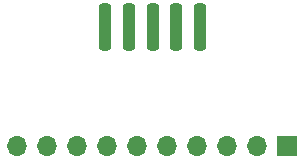
<source format=gbr>
%TF.GenerationSoftware,KiCad,Pcbnew,8.0.4*%
%TF.CreationDate,2024-08-13T15:07:55-04:00*%
%TF.ProjectId,Opta-breakout,4f707461-2d62-4726-9561-6b6f75742e6b,rev?*%
%TF.SameCoordinates,Original*%
%TF.FileFunction,Soldermask,Top*%
%TF.FilePolarity,Negative*%
%FSLAX46Y46*%
G04 Gerber Fmt 4.6, Leading zero omitted, Abs format (unit mm)*
G04 Created by KiCad (PCBNEW 8.0.4) date 2024-08-13 15:07:55*
%MOMM*%
%LPD*%
G01*
G04 APERTURE LIST*
G04 Aperture macros list*
%AMRoundRect*
0 Rectangle with rounded corners*
0 $1 Rounding radius*
0 $2 $3 $4 $5 $6 $7 $8 $9 X,Y pos of 4 corners*
0 Add a 4 corners polygon primitive as box body*
4,1,4,$2,$3,$4,$5,$6,$7,$8,$9,$2,$3,0*
0 Add four circle primitives for the rounded corners*
1,1,$1+$1,$2,$3*
1,1,$1+$1,$4,$5*
1,1,$1+$1,$6,$7*
1,1,$1+$1,$8,$9*
0 Add four rect primitives between the rounded corners*
20,1,$1+$1,$2,$3,$4,$5,0*
20,1,$1+$1,$4,$5,$6,$7,0*
20,1,$1+$1,$6,$7,$8,$9,0*
20,1,$1+$1,$8,$9,$2,$3,0*%
G04 Aperture macros list end*
%ADD10R,1.700000X1.700000*%
%ADD11O,1.700000X1.700000*%
%ADD12RoundRect,0.250000X0.250000X-1.750000X0.250000X1.750000X-0.250000X1.750000X-0.250000X-1.750000X0*%
G04 APERTURE END LIST*
D10*
%TO.C,J2*%
X160401000Y-76581000D03*
D11*
X157861000Y-76581000D03*
X155321001Y-76581000D03*
X152781000Y-76581000D03*
X150241000Y-76581000D03*
X147701000Y-76581000D03*
X145161000Y-76581000D03*
X142620999Y-76581000D03*
X140081000Y-76581000D03*
X137541000Y-76581000D03*
%TD*%
D12*
%TO.C,J1*%
X153000000Y-66500000D03*
X151000000Y-66500000D03*
X149000000Y-66500000D03*
X147000000Y-66500000D03*
X145000000Y-66500000D03*
%TD*%
M02*

</source>
